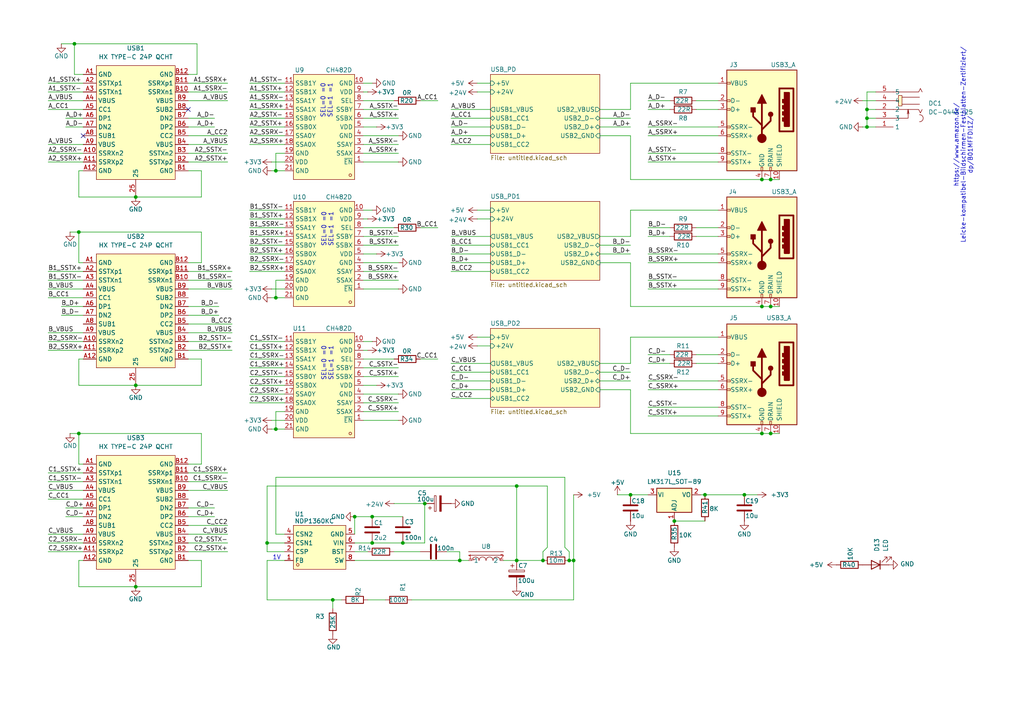
<source format=kicad_sch>
(kicad_sch (version 20250114) (generator "eeschema") (generator_version "9.0")
  (paper "A4")
  (text "SEL=0 =0\nSEL=1 =1" (at 94.996 105.41 90) (effects (font (size 1.27 1.27))))
  (text "1V" (at 80.264 161.798 0) (effects (font (size 1.27 1.27))))
  (text "SEL=0 =0\nSEL=1 =1" (at 94.742 29.21 90) (effects (font (size 1.27 1.27))))
  (text "SEL=0 =0\nSEL=1 =1" (at 94.996 66.548 90) (effects (font (size 1.27 1.27))))
  (text "https://www.amazon.de/\nLeicke-kompatibel-Bildschirmen-Festplatten-Zertifiziert/\ndp/B01MFFDI1Z/" (at 279.4 42.164 90) (effects (font (size 1.27 1.27))))
  (junction (at 22.86 125.73))
  (junction (at 96.52 173.99))
  (junction (at 223.52 52.07))
  (junction (at 107.95 157.48))
  (junction (at 220.98 52.07))
  (junction (at 39.37 111.76))
  (junction (at 80.01 124.46))
  (junction (at 223.52 125.73))
  (junction (at 80.01 49.53))
  (junction (at 102.87 149.86))
  (junction (at 251.46 31.75))
  (junction (at 123.19 146.05))
  (junction (at 149.86 140.97))
  (junction (at 215.9 143.51))
  (junction (at 182.88 143.51))
  (junction (at 251.46 36.83))
  (junction (at 166.37 162.56))
  (junction (at 107.95 149.86))
  (junction (at 220.98 88.9))
  (junction (at 39.37 170.18))
  (junction (at 21.59 12.7))
  (junction (at 223.52 88.9))
  (junction (at 39.37 57.15))
  (junction (at 116.84 157.48))
  (junction (at 149.86 162.56))
  (junction (at 165.1 162.56))
  (junction (at 77.47 157.48))
  (junction (at 22.86 67.31))
  (junction (at 133.35 162.56))
  (junction (at 220.98 125.73))
  (junction (at 251.46 34.29))
  (junction (at 80.01 86.36))
  (junction (at 157.48 162.56))
  (junction (at 204.47 143.51))
  (junction (at 195.58 151.13))
  (no_connect (at 24.13 39.37))
  (no_connect (at 54.61 31.75))
  (wire (pts (xy 187.96 73.66) (xy 208.28 73.66)))
  (wire (pts (xy 123.19 157.48) (xy 123.19 146.05)))
  (wire (pts (xy 223.52 125.73) (xy 220.98 125.73)))
  (wire (pts (xy 102.87 162.56) (xy 133.35 162.56)))
  (wire (pts (xy 107.95 60.96) (xy 105.41 60.96)))
  (wire (pts (xy 158.75 158.75) (xy 158.75 140.97)))
  (wire (pts (xy 105.41 106.68) (xy 115.57 106.68)))
  (wire (pts (xy 163.83 138.43) (xy 163.83 158.75)))
  (wire (pts (xy 251.46 31.75) (xy 254 31.75)))
  (wire (pts (xy 62.23 147.32) (xy 54.61 147.32)))
  (wire (pts (xy 13.97 137.16) (xy 24.13 137.16)))
  (wire (pts (xy 77.47 162.56) (xy 82.55 162.56)))
  (wire (pts (xy 201.93 68.58) (xy 208.28 68.58)))
  (wire (pts (xy 66.04 26.67) (xy 54.61 26.67)))
  (wire (pts (xy 182.88 73.66) (xy 173.99 73.66)))
  (wire (pts (xy 78.74 49.53) (xy 80.01 49.53)))
  (wire (pts (xy 24.13 76.2) (xy 22.86 76.2)))
  (wire (pts (xy 166.37 162.56) (xy 166.37 173.99)))
  (wire (pts (xy 111.76 173.99) (xy 106.68 173.99)))
  (wire (pts (xy 187.96 120.65) (xy 208.28 120.65)))
  (wire (pts (xy 57.15 21.59) (xy 54.61 21.59)))
  (wire (pts (xy 102.87 154.94) (xy 102.87 149.86)))
  (wire (pts (xy 72.39 66.04) (xy 82.55 66.04)))
  (wire (pts (xy 166.37 143.51) (xy 166.37 162.56)))
  (wire (pts (xy 173.99 68.58) (xy 182.88 68.58)))
  (wire (pts (xy 105.41 44.45) (xy 115.57 44.45)))
  (wire (pts (xy 82.55 157.48) (xy 77.47 157.48)))
  (wire (pts (xy 20.32 125.73) (xy 22.86 125.73)))
  (wire (pts (xy 138.43 97.79) (xy 142.24 97.79)))
  (wire (pts (xy 182.88 105.41) (xy 182.88 97.79)))
  (wire (pts (xy 78.74 121.92) (xy 82.55 121.92)))
  (wire (pts (xy 39.37 57.15) (xy 58.42 57.15)))
  (wire (pts (xy 67.31 83.82) (xy 54.61 83.82)))
  (wire (pts (xy 182.88 71.12) (xy 173.99 71.12)))
  (wire (pts (xy 115.57 83.82) (xy 105.41 83.82)))
  (wire (pts (xy 54.61 29.21) (xy 66.04 29.21)))
  (wire (pts (xy 77.47 160.02) (xy 82.55 160.02)))
  (wire (pts (xy 72.39 26.67) (xy 82.55 26.67)))
  (wire (pts (xy 220.98 88.9) (xy 182.88 88.9)))
  (wire (pts (xy 107.95 157.48) (xy 116.84 157.48)))
  (wire (pts (xy 19.05 34.29) (xy 24.13 34.29)))
  (wire (pts (xy 251.46 34.29) (xy 254 34.29)))
  (wire (pts (xy 54.61 104.14) (xy 58.42 104.14)))
  (wire (pts (xy 72.39 109.22) (xy 82.55 109.22)))
  (wire (pts (xy 250.19 29.21) (xy 254 29.21)))
  (wire (pts (xy 115.57 121.92) (xy 105.41 121.92)))
  (wire (pts (xy 130.81 107.95) (xy 142.24 107.95)))
  (wire (pts (xy 67.31 101.6) (xy 54.61 101.6)))
  (wire (pts (xy 77.47 162.56) (xy 77.47 173.99)))
  (wire (pts (xy 80.01 81.28) (xy 80.01 86.36)))
  (wire (pts (xy 204.47 143.51) (xy 215.9 143.51)))
  (wire (pts (xy 130.81 39.37) (xy 142.24 39.37)))
  (wire (pts (xy 22.86 170.18) (xy 39.37 170.18)))
  (wire (pts (xy 80.01 154.94) (xy 80.01 138.43)))
  (wire (pts (xy 22.86 104.14) (xy 24.13 104.14)))
  (wire (pts (xy 22.86 104.14) (xy 22.86 111.76)))
  (wire (pts (xy 13.97 26.67) (xy 24.13 26.67)))
  (wire (pts (xy 72.39 71.12) (xy 82.55 71.12)))
  (wire (pts (xy 105.41 119.38) (xy 115.57 119.38)))
  (wire (pts (xy 62.23 149.86) (xy 54.61 149.86)))
  (wire (pts (xy 72.39 68.58) (xy 82.55 68.58)))
  (wire (pts (xy 187.96 46.99) (xy 208.28 46.99)))
  (wire (pts (xy 187.96 68.58) (xy 194.31 68.58)))
  (wire (pts (xy 187.96 44.45) (xy 208.28 44.45)))
  (wire (pts (xy 179.07 143.51) (xy 182.88 143.51)))
  (wire (pts (xy 72.39 36.83) (xy 82.55 36.83)))
  (wire (pts (xy 72.39 41.91) (xy 82.55 41.91)))
  (wire (pts (xy 187.96 110.49) (xy 208.28 110.49)))
  (wire (pts (xy 67.31 81.28) (xy 54.61 81.28)))
  (wire (pts (xy 130.81 71.12) (xy 142.24 71.12)))
  (wire (pts (xy 133.35 160.02) (xy 133.35 162.56)))
  (wire (pts (xy 106.68 26.67) (xy 105.41 26.67)))
  (wire (pts (xy 72.39 29.21) (xy 82.55 29.21)))
  (wire (pts (xy 82.55 44.45) (xy 80.01 44.45)))
  (wire (pts (xy 173.99 105.41) (xy 182.88 105.41)))
  (wire (pts (xy 62.23 34.29) (xy 54.61 34.29)))
  (wire (pts (xy 72.39 106.68) (xy 82.55 106.68)))
  (wire (pts (xy 226.06 125.73) (xy 223.52 125.73)))
  (wire (pts (xy 67.31 78.74) (xy 54.61 78.74)))
  (wire (pts (xy 13.97 29.21) (xy 24.13 29.21)))
  (wire (pts (xy 187.96 76.2) (xy 208.28 76.2)))
  (wire (pts (xy 182.88 97.79) (xy 208.28 97.79)))
  (wire (pts (xy 182.88 34.29) (xy 173.99 34.29)))
  (wire (pts (xy 80.01 124.46) (xy 82.55 124.46)))
  (wire (pts (xy 22.86 125.73) (xy 58.42 125.73)))
  (wire (pts (xy 24.13 21.59) (xy 21.59 21.59)))
  (wire (pts (xy 67.31 96.52) (xy 54.61 96.52)))
  (wire (pts (xy 105.41 78.74) (xy 115.57 78.74)))
  (wire (pts (xy 21.59 12.7) (xy 21.59 21.59)))
  (wire (pts (xy 130.81 76.2) (xy 142.24 76.2)))
  (wire (pts (xy 80.01 49.53) (xy 82.55 49.53)))
  (wire (pts (xy 80.01 86.36) (xy 82.55 86.36)))
  (wire (pts (xy 54.61 41.91) (xy 66.04 41.91)))
  (wire (pts (xy 138.43 26.67) (xy 142.24 26.67)))
  (wire (pts (xy 130.81 113.03) (xy 142.24 113.03)))
  (wire (pts (xy 187.96 31.75) (xy 194.31 31.75)))
  (wire (pts (xy 58.42 125.73) (xy 58.42 134.62)))
  (wire (pts (xy 127 29.21) (xy 121.92 29.21)))
  (wire (pts (xy 58.42 162.56) (xy 58.42 170.18)))
  (wire (pts (xy 77.47 140.97) (xy 149.86 140.97)))
  (wire (pts (xy 106.68 63.5) (xy 105.41 63.5)))
  (wire (pts (xy 115.57 46.99) (xy 105.41 46.99)))
  (wire (pts (xy 115.57 114.3) (xy 105.41 114.3)))
  (wire (pts (xy 187.96 83.82) (xy 208.28 83.82)))
  (wire (pts (xy 182.88 107.95) (xy 173.99 107.95)))
  (wire (pts (xy 13.97 44.45) (xy 24.13 44.45)))
  (wire (pts (xy 54.61 93.98) (xy 67.31 93.98)))
  (wire (pts (xy 102.87 157.48) (xy 107.95 157.48)))
  (wire (pts (xy 201.93 105.41) (xy 208.28 105.41)))
  (wire (pts (xy 13.97 41.91) (xy 24.13 41.91)))
  (wire (pts (xy 72.39 76.2) (xy 82.55 76.2)))
  (wire (pts (xy 67.31 99.06) (xy 54.61 99.06)))
  (wire (pts (xy 130.81 73.66) (xy 142.24 73.66)))
  (wire (pts (xy 251.46 34.29) (xy 251.46 31.75)))
  (wire (pts (xy 130.81 115.57) (xy 142.24 115.57)))
  (wire (pts (xy 39.37 111.76) (xy 58.42 111.76)))
  (wire (pts (xy 72.39 116.84) (xy 82.55 116.84)))
  (wire (pts (xy 19.05 147.32) (xy 24.13 147.32)))
  (wire (pts (xy 182.88 60.96) (xy 208.28 60.96)))
  (wire (pts (xy 138.43 60.96) (xy 142.24 60.96)))
  (wire (pts (xy 58.42 67.31) (xy 58.42 76.2)))
  (wire (pts (xy 138.43 100.33) (xy 142.24 100.33)))
  (wire (pts (xy 72.39 63.5) (xy 82.55 63.5)))
  (wire (pts (xy 138.43 63.5) (xy 142.24 63.5)))
  (wire (pts (xy 72.39 104.14) (xy 82.55 104.14)))
  (wire (pts (xy 129.54 160.02) (xy 133.35 160.02)))
  (wire (pts (xy 115.57 76.2) (xy 105.41 76.2)))
  (wire (pts (xy 66.04 157.48) (xy 54.61 157.48)))
  (wire (pts (xy 130.81 36.83) (xy 142.24 36.83)))
  (wire (pts (xy 78.74 83.82) (xy 82.55 83.82)))
  (wire (pts (xy 182.88 52.07) (xy 220.98 52.07)))
  (wire (pts (xy 201.93 29.21) (xy 208.28 29.21)))
  (wire (pts (xy 182.88 76.2) (xy 173.99 76.2)))
  (wire (pts (xy 72.39 99.06) (xy 82.55 99.06)))
  (wire (pts (xy 54.61 39.37) (xy 66.04 39.37)))
  (wire (pts (xy 105.41 31.75) (xy 115.57 31.75)))
  (wire (pts (xy 82.55 154.94) (xy 80.01 154.94)))
  (wire (pts (xy 182.88 39.37) (xy 173.99 39.37)))
  (wire (pts (xy 187.96 105.41) (xy 194.31 105.41)))
  (wire (pts (xy 58.42 134.62) (xy 54.61 134.62)))
  (wire (pts (xy 223.52 52.07) (xy 220.98 52.07)))
  (wire (pts (xy 63.5 91.44) (xy 54.61 91.44)))
  (wire (pts (xy 187.96 102.87) (xy 194.31 102.87)))
  (wire (pts (xy 72.39 111.76) (xy 82.55 111.76)))
  (wire (pts (xy 203.2 143.51) (xy 204.47 143.51)))
  (wire (pts (xy 66.04 137.16) (xy 54.61 137.16)))
  (wire (pts (xy 13.97 78.74) (xy 24.13 78.74)))
  (wire (pts (xy 251.46 36.83) (xy 254 36.83)))
  (wire (pts (xy 13.97 81.28) (xy 24.13 81.28)))
  (wire (pts (xy 173.99 31.75) (xy 182.88 31.75)))
  (wire (pts (xy 24.13 162.56) (xy 22.86 162.56)))
  (wire (pts (xy 215.9 143.51) (xy 219.71 143.51)))
  (wire (pts (xy 105.41 116.84) (xy 115.57 116.84)))
  (wire (pts (xy 102.87 149.86) (xy 107.95 149.86)))
  (wire (pts (xy 21.59 12.7) (xy 57.15 12.7)))
  (wire (pts (xy 130.81 105.41) (xy 142.24 105.41)))
  (wire (pts (xy 187.96 81.28) (xy 208.28 81.28)))
  (wire (pts (xy 107.95 99.06) (xy 105.41 99.06)))
  (wire (pts (xy 13.97 160.02) (xy 24.13 160.02)))
  (wire (pts (xy 72.39 31.75) (xy 82.55 31.75)))
  (wire (pts (xy 105.41 41.91) (xy 115.57 41.91)))
  (wire (pts (xy 66.04 24.13) (xy 54.61 24.13)))
  (wire (pts (xy 226.06 88.9) (xy 223.52 88.9)))
  (wire (pts (xy 109.22 73.66) (xy 105.41 73.66)))
  (wire (pts (xy 251.46 31.75) (xy 251.46 26.67)))
  (wire (pts (xy 130.81 68.58) (xy 142.24 68.58)))
  (wire (pts (xy 107.95 149.86) (xy 116.84 149.86)))
  (wire (pts (xy 82.55 119.38) (xy 80.01 119.38)))
  (wire (pts (xy 130.81 78.74) (xy 142.24 78.74)))
  (wire (pts (xy 157.48 162.56) (xy 149.86 162.56)))
  (wire (pts (xy 201.93 102.87) (xy 208.28 102.87)))
  (wire (pts (xy 130.81 41.91) (xy 142.24 41.91)))
  (wire (pts (xy 82.55 81.28) (xy 80.01 81.28)))
  (wire (pts (xy 226.06 52.07) (xy 223.52 52.07)))
  (wire (pts (xy 19.05 149.86) (xy 24.13 149.86)))
  (wire (pts (xy 158.75 158.75) (xy 157.48 160.02)))
  (wire (pts (xy 114.3 66.04) (xy 105.41 66.04)))
  (wire (pts (xy 187.96 113.03) (xy 208.28 113.03)))
  (wire (pts (xy 187.96 118.11) (xy 208.28 118.11)))
  (wire (pts (xy 80.01 44.45) (xy 80.01 49.53)))
  (wire (pts (xy 182.88 88.9) (xy 182.88 76.2)))
  (wire (pts (xy 250.19 36.83) (xy 251.46 36.83)))
  (wire (pts (xy 182.88 52.07) (xy 182.88 39.37)))
  (wire (pts (xy 105.41 71.12) (xy 115.57 71.12)))
  (wire (pts (xy 72.39 78.74) (xy 82.55 78.74)))
  (wire (pts (xy 62.23 36.83) (xy 54.61 36.83)))
  (wire (pts (xy 58.42 49.53) (xy 58.42 57.15)))
  (wire (pts (xy 109.22 111.76) (xy 105.41 111.76)))
  (wire (pts (xy 17.78 12.7) (xy 21.59 12.7)))
  (wire (pts (xy 22.86 162.56) (xy 22.86 170.18)))
  (wire (pts (xy 106.68 101.6) (xy 105.41 101.6)))
  (wire (pts (xy 13.97 24.13) (xy 24.13 24.13)))
  (wire (pts (xy 17.78 91.44) (xy 24.13 91.44)))
  (wire (pts (xy 22.86 125.73) (xy 22.86 134.62)))
  (wire (pts (xy 13.97 157.48) (xy 24.13 157.48)))
  (wire (pts (xy 13.97 86.36) (xy 24.13 86.36)))
  (wire (pts (xy 22.86 67.31) (xy 22.86 76.2)))
  (wire (pts (xy 54.61 152.4) (xy 66.04 152.4)))
  (wire (pts (xy 66.04 46.99) (xy 54.61 46.99)))
  (wire (pts (xy 54.61 49.53) (xy 58.42 49.53)))
  (wire (pts (xy 22.86 49.53) (xy 22.86 57.15)))
  (wire (pts (xy 54.61 44.45) (xy 66.04 44.45)))
  (wire (pts (xy 165.1 160.02) (xy 165.1 162.56)))
  (wire (pts (xy 66.04 139.7) (xy 54.61 139.7)))
  (wire (pts (xy 19.05 36.83) (xy 24.13 36.83)))
  (wire (pts (xy 251.46 26.67) (xy 254 26.67)))
  (wire (pts (xy 77.47 157.48) (xy 77.47 160.02)))
  (wire (pts (xy 182.88 143.51) (xy 187.96 143.51)))
  (wire (pts (xy 39.37 170.18) (xy 58.42 170.18)))
  (wire (pts (xy 20.32 67.31) (xy 22.86 67.31)))
  (wire (pts (xy 72.39 39.37) (xy 82.55 39.37)))
  (wire (pts (xy 105.41 34.29) (xy 115.57 34.29)))
  (wire (pts (xy 223.52 88.9) (xy 220.98 88.9)))
  (wire (pts (xy 72.39 24.13) (xy 82.55 24.13)))
  (wire (pts (xy 66.04 154.94) (xy 54.61 154.94)))
  (wire (pts (xy 13.97 101.6) (xy 24.13 101.6)))
  (wire (pts (xy 127 104.14) (xy 121.92 104.14)))
  (wire (pts (xy 182.88 113.03) (xy 173.99 113.03)))
  (wire (pts (xy 78.74 46.99) (xy 82.55 46.99)))
  (wire (pts (xy 58.42 104.14) (xy 58.42 111.76)))
  (wire (pts (xy 13.97 96.52) (xy 24.13 96.52)))
  (wire (pts (xy 77.47 173.99) (xy 96.52 173.99)))
  (wire (pts (xy 72.39 114.3) (xy 82.55 114.3)))
  (wire (pts (xy 182.88 110.49) (xy 173.99 110.49)))
  (wire (pts (xy 195.58 151.13) (xy 204.47 151.13)))
  (wire (pts (xy 24.13 49.53) (xy 22.86 49.53)))
  (wire (pts (xy 66.04 160.02) (xy 54.61 160.02)))
  (wire (pts (xy 182.88 31.75) (xy 182.88 24.13)))
  (wire (pts (xy 66.04 142.24) (xy 54.61 142.24)))
  (wire (pts (xy 24.13 134.62) (xy 22.86 134.62)))
  (wire (pts (xy 130.81 110.49) (xy 142.24 110.49)))
  (wire (pts (xy 135.89 162.56) (xy 133.35 162.56)))
  (wire (pts (xy 201.93 31.75) (xy 208.28 31.75)))
  (wire (pts (xy 13.97 144.78) (xy 24.13 144.78)))
  (wire (pts (xy 116.84 157.48) (xy 123.19 157.48)))
  (wire (pts (xy 57.15 12.7) (xy 57.15 21.59)))
  (wire (pts (xy 80.01 138.43) (xy 163.83 138.43)))
  (wire (pts (xy 138.43 24.13) (xy 142.24 24.13)))
  (wire (pts (xy 130.81 34.29) (xy 142.24 34.29)))
  (wire (pts (xy 22.86 111.76) (xy 39.37 111.76)))
  (wire (pts (xy 107.95 24.13) (xy 105.41 24.13)))
  (wire (pts (xy 22.86 57.15) (xy 39.37 57.15)))
  (wire (pts (xy 105.41 109.22) (xy 115.57 109.22)))
  (wire (pts (xy 63.5 88.9) (xy 54.61 88.9)))
  (wire (pts (xy 54.61 162.56) (xy 58.42 162.56)))
  (wire (pts (xy 157.48 160.02) (xy 157.48 162.56)))
  (wire (pts (xy 187.96 29.21) (xy 194.31 29.21)))
  (wire (pts (xy 220.98 125.73) (xy 182.88 125.73)))
  (wire (pts (xy 13.97 142.24) (xy 24.13 142.24)))
  (wire (pts (xy 149.86 140.97) (xy 158.75 140.97)))
  (wire (pts (xy 58.42 76.2) (xy 54.61 76.2)))
  (wire (pts (xy 78.74 124.46) (xy 80.01 124.46)))
  (wire (pts (xy 109.22 36.83) (xy 105.41 36.83)))
  (wire (pts (xy 99.06 173.99) (xy 96.52 173.99)))
  (wire (pts (xy 114.3 104.14) (xy 105.41 104.14)))
  (wire (pts (xy 72.39 101.6) (xy 82.55 101.6)))
  (wire (pts (xy 72.39 34.29) (xy 82.55 34.29)))
  (wire (pts (xy 163.83 158.75) (xy 165.1 160.02)))
  (wire (pts (xy 187.96 39.37) (xy 208.28 39.37)))
  (wire (pts (xy 149.86 162.56) (xy 149.86 140.97)))
  (wire (pts (xy 105.41 81.28) (xy 115.57 81.28)))
  (wire (pts (xy 201.93 66.04) (xy 208.28 66.04)))
  (wire (pts (xy 102.87 160.02) (xy 106.68 160.02)))
  (wire (pts (xy 187.96 36.83) (xy 208.28 36.83)))
  (wire (pts (xy 105.41 29.21) (xy 114.3 29.21)))
  (wire (pts (xy 17.78 88.9) (xy 24.13 88.9)))
  (wire (pts (xy 119.38 173.99) (xy 166.37 173.99)))
  (wire (pts (xy 187.96 66.04) (xy 194.31 66.04)))
  (wire (pts (xy 78.74 86.36) (xy 80.01 86.36)))
  (wire (pts (xy 114.3 160.02) (xy 121.92 160.02)))
  (wire (pts (xy 77.47 140.97) (xy 77.47 157.48)))
  (wire (pts (xy 72.39 73.66) (xy 82.55 73.66)))
  (wire (pts (xy 105.41 68.58) (xy 115.57 68.58)))
  (wire (pts (xy 13.97 31.75) (xy 24.13 31.75)))
  (wire (pts (xy 13.97 83.82) (xy 24.13 83.82)))
  (wire (pts (xy 114.3 146.05) (xy 123.19 146.05)))
  (wire (pts (xy 127 66.04) (xy 121.92 66.04)))
  (wire (pts (xy 13.97 154.94) (xy 24.13 154.94)))
  (wire (pts (xy 130.81 31.75) (xy 142.24 31.75)))
  (wire (pts (xy 182.88 68.58) (xy 182.88 60.96)))
  (wire (pts (xy 182.88 125.73) (xy 182.88 113.03)))
  (wire (pts (xy 80.01 119.38) (xy 80.01 124.46)))
  (wire (pts (xy 13.97 46.99) (xy 24.13 46.99)))
  (wire (pts (xy 146.05 162.56) (xy 149.86 162.56)))
  (wire (pts (xy 13.97 99.06) (xy 24.13 99.06)))
  (wire (pts (xy 182.88 36.83) (xy 173.99 36.83)))
  (wire (pts (xy 22.86 67.31) (xy 58.42 67.31)))
  (wire (pts (xy 182.88 24.13) (xy 208.28 24.13)))
  (wire (pts (xy 96.52 173.99) (xy 96.52 176.53)))
  (wire (pts (xy 165.1 162.56) (xy 166.37 162.56)))
  (wire (pts (xy 251.46 36.83) (xy 251.46 34.29)))
  (wire (pts (xy 13.97 139.7) (xy 24.13 139.7)))
  (wire (pts (xy 72.39 60.96) (xy 82.55 60.96)))
  (wire (pts (xy 115.57 39.37) (xy 105.41 39.37)))
  (label "B2_SSTX+" (at 72.39 73.66 0))
  (label "A_VBUS" (at 66.04 41.91 180))
  (label "B1_SSRX+" (at 67.31 78.74 180))
  (label "C_CC2" (at 130.81 115.57 0))
  (label "A_D-" (at 182.88 34.29 180))
  (label "C_D+" (at 182.88 110.49 180))
  (label "A_D-" (at 19.05 36.83 0))
  (label "A_CC2" (at 130.81 41.91 0))
  (label "C2_SSTX-" (at 72.39 109.22 0))
  (label "A_D+" (at 182.88 36.83 180))
  (label "B_SSRX-" (at 187.96 73.66 0))
  (label "A_SSRX+" (at 187.96 39.37 0))
  (label "A_SSTX+" (at 115.57 34.29 180))
  (label "A1_SSTX+" (at 72.39 26.67 0))
  (label "A_VBUS" (at 130.81 31.75 0))
  (label "B2_SSRX-" (at 72.39 76.2 0))
  (label "C1_SSRX-" (at 72.39 104.14 0))
  (label "C_D+" (at 19.05 147.32 0))
  (label "B1_SSTX-" (at 13.97 81.28 0))
  (label "B1_SSTX+" (at 13.97 78.74 0))
  (label "B_SSTX-" (at 115.57 68.58 180))
  (label "A2_SSRX+" (at 13.97 46.99 0))
  (label "C1_SSTX-" (at 13.97 139.7 0))
  (label "A_CC1" (at 13.97 31.75 0))
  (label "C_D-" (at 187.96 102.87 0))
  (label "A_D+" (at 130.81 39.37 0))
  (label "C_SSRX+" (at 187.96 113.03 0))
  (label "B_D-" (at 63.5 88.9 180))
  (label "C_D-" (at 62.23 147.32 180))
  (label "B_VBUS" (at 130.81 68.58 0))
  (label "C1_SSTX-" (at 72.39 99.06 0))
  (label "A_SSTX-" (at 115.57 31.75 180))
  (label "A_VBUS" (at 13.97 29.21 0))
  (label "B_SSTX+" (at 187.96 83.82 0))
  (label "B_CC2" (at 67.31 93.98 180))
  (label "C_CC1" (at 127 104.14 180))
  (label "A1_SSTX-" (at 72.39 24.13 0))
  (label "C_D-" (at 130.81 110.49 0))
  (label "C2_SSTX+" (at 66.04 160.02 180))
  (label "C1_SSRX+" (at 66.04 137.16 180))
  (label "A2_SSTX-" (at 72.39 34.29 0))
  (label "B_D-" (at 187.96 66.04 0))
  (label "B_CC2" (at 130.81 78.74 0))
  (label "A_SSRX+" (at 115.57 44.45 180))
  (label "C_SSRX-" (at 187.96 110.49 0))
  (label "A_D+" (at 187.96 31.75 0))
  (label "C_D-" (at 182.88 107.95 180))
  (label "A2_SSRX-" (at 72.39 39.37 0))
  (label "C1_SSRX+" (at 72.39 106.68 0))
  (label "A_CC1" (at 130.81 34.29 0))
  (label "B_CC1" (at 127 66.04 180))
  (label "C_SSRX+" (at 115.57 119.38 180))
  (label "B2_SSTX+" (at 67.31 101.6 180))
  (label "C_SSRX-" (at 115.57 116.84 180))
  (label "B2_SSRX+" (at 72.39 78.74 0))
  (label "A_CC2" (at 66.04 39.37 180))
  (label "C1_SSTX+" (at 72.39 101.6 0))
  (label "B_VBUS" (at 13.97 83.82 0))
  (label "C1_SSRX-" (at 66.04 139.7 180))
  (label "B_D+" (at 63.5 91.44 180))
  (label "A1_SSRX-" (at 66.04 26.67 180))
  (label "A_D-" (at 187.96 29.21 0))
  (label "B_D-" (at 130.81 73.66 0))
  (label "A_SSRX-" (at 187.96 36.83 0))
  (label "B_SSTX-" (at 187.96 81.28 0))
  (label "A2_SSRX+" (at 72.39 41.91 0))
  (label "A1_SSTX-" (at 13.97 26.67 0))
  (label "B_SSTX+" (at 115.57 71.12 180))
  (label "B_SSRX+" (at 115.57 81.28 180))
  (label "C_CC2" (at 66.04 152.4 180))
  (label "C_CC1" (at 13.97 144.78 0))
  (label "B_VBUS" (at 13.97 96.52 0))
  (label "B1_SSRX+" (at 72.39 68.58 0))
  (label "A_CC1" (at 127 29.21 180))
  (label "C_D+" (at 187.96 105.41 0))
  (label "C_SSTX+" (at 187.96 120.65 0))
  (label "C_D+" (at 62.23 149.86 180))
  (label "B_VBUS" (at 67.31 96.52 180))
  (label "B_CC1" (at 130.81 71.12 0))
  (label "C2_SSTX-" (at 66.04 157.48 180))
  (label "C_SSTX-" (at 187.96 118.11 0))
  (label "B_CC1" (at 13.97 86.36 0))
  (label "C_VBUS" (at 66.04 142.24 180))
  (label "C2_SSTX+" (at 72.39 111.76 0))
  (label "C_CC1" (at 130.81 107.95 0))
  (label "B2_SSRX+" (at 13.97 101.6 0))
  (label "C_D+" (at 130.81 113.03 0))
  (label "B_D+" (at 17.78 88.9 0))
  (label "B2_SSTX-" (at 72.39 71.12 0))
  (label "A1_SSTX+" (at 13.97 24.13 0))
  (label "C_VBUS" (at 13.97 142.24 0))
  (label "A2_SSTX+" (at 66.04 46.99 180))
  (label "A_SSTX-" (at 187.96 44.45 0))
  (label "A1_SSRX-" (at 72.39 29.21 0))
  (label "A_D+" (at 19.05 34.29 0))
  (label "B1_SSRX-" (at 72.39 66.04 0))
  (label "B_VBUS" (at 67.31 83.82 180))
  (label "C_VBUS" (at 66.04 154.94 180))
  (label "B_D-" (at 182.88 71.12 180))
  (label "C2_SSRX-" (at 72.39 114.3 0))
  (label "C2_SSRX-" (at 13.97 157.48 0))
  (label "A2_SSTX-" (at 66.04 44.45 180))
  (label "A1_SSRX+" (at 66.04 24.13 180))
  (label "C_D-" (at 19.05 149.86 0))
  (label "C_SSTX-" (at 115.57 106.68 180))
  (label "C_VBUS" (at 130.81 105.41 0))
  (label "B2_SSRX-" (at 13.97 99.06 0))
  (label "A_SSTX+" (at 187.96 46.99 0))
  (label "B1_SSTX+" (at 72.39 63.5 0))
  (label "B1_SSRX-" (at 67.31 81.28 180))
  (label "A1_SSRX+" (at 72.39 31.75 0))
  (label "C1_SSTX+" (at 13.97 137.16 0))
  (label "B1_SSTX-" (at 72.39 60.96 0))
  (label "A_VBUS" (at 66.04 29.21 180))
  (label "B_D+" (at 182.88 73.66 180))
  (label "A2_SSTX+" (at 72.39 36.83 0))
  (label "C2_SSRX+" (at 13.97 160.02 0))
  (label "B2_SSTX-" (at 67.31 99.06 180))
  (label "A_SSRX-" (at 115.57 41.91 180))
  (label "C_VBUS" (at 13.97 154.94 0))
  (label "A_D+" (at 62.23 36.83 180))
  (label "B_SSRX-" (at 115.57 78.74 180))
  (label "C_SSTX+" (at 115.57 109.22 180))
  (label "A2_SSRX-" (at 13.97 44.45 0))
  (label "B_D-" (at 17.78 91.44 0))
  (label "A_D-" (at 130.81 36.83 0))
  (label "A_VBUS" (at 13.97 41.91 0))
  (label "B_D+" (at 187.96 68.58 0))
  (label "B_D+" (at 130.81 76.2 0))
  (label "C2_SSRX+" (at 72.39 116.84 0))
  (label "B_SSRX+" (at 187.96 76.2 0))
  (label "A_D-" (at 62.23 34.29 180))
  (symbol (lib_id "power:GND") (at 78.74 124.46 270) (unit 1)
    (property "Reference" "#PWR011" (effects (hide yes)))
    (property "Value" "GND" (at 73.914 124.46 90))
    (property "Description" "Power symbol creates a global label with name \"GND\" , ground" (effects (hide yes)))
  )
  (symbol (lib_id "EASYEDA:HXTYPE-C24PQCHT") (at 39.37 93.98 0) (unit 1)
    (property "Reference" "USB2" (at 39.37 68.58 0))
    (property "Value" "HX TYPE-C 24P QCHT" (at 39.37 71.12 0))
    (property "Footprint" "easyeda2kicad:TYPE-C-SMD_TYPE-C-24P-QCHT" (effects (hide yes)))
    (property "LCSC Part" "C5178545" (effects (hide yes)))
    (property "LCSC" "C5178545" (effects (hide yes)))
  )
  (symbol (lib_id "Device:R") (at 102.87 173.99 90) (unit 1)
    (property "Reference" "R2" (at 103.886 172.974 0) (effects (justify left)))
    (property "Value" "8K" (at 104.394 173.99 90) (effects (justify left)))
    (property "Footprint" "Resistor_SMD:R_0402_1005Metric" (effects (hide yes)))
    (property "Description" "Resistor" (effects (hide yes)))
    (property "LCSC" "C2960789" (effects (hide yes)))
    (property "LCSC Part" "C2960789" (effects (hide yes)))
  )
  (symbol (lib_id "EASYEDA:HXTYPE-C24PQCHT") (at 39.37 39.37 0) (unit 1)
    (property "Reference" "USB1" (at 39.37 13.97 0))
    (property "Value" "HX TYPE-C 24P QCHT" (at 39.37 16.51 0))
    (property "Footprint" "easyeda2kicad:TYPE-C-SMD_TYPE-C-24P-QCHT" (effects (hide yes)))
    (property "LCSC Part" "C5178545" (effects (hide yes)))
    (property "LCSC" "C5178545" (effects (hide yes)))
  )
  (symbol (lib_id "EASYEDA2KICAD:CXP0650-220M-AG(22UH)") (at 140.97 162.56 0) (unit 1)
    (property "Reference" "U8" (at 140.97 158.496 0))
    (property "Value" "CXP0650-220M-AG(22UH)" (effects (hide yes)))
    (property "Footprint" "easyeda2kicad:IND-SMD_L7.1-W6.6_CXP0650" (effects (hide yes)))
    (property "LCSC Part" "C7187321" (effects (hide yes)))
    (property "LCSC" "C7187321" (effects (hide yes)))
  )
  (symbol (lib_id "Device:C_Polarized") (at 149.86 166.37 0) (unit 1)
    (property "Reference" "C7" (at 151.638 164.084 0))
    (property "Value" "100u" (at 152.654 168.402 0))
    (property "Footprint" "Capacitor_SMD:CP_Elec_6.3x7.7" (effects (hide yes)))
    (property "Description" "Polarized capacitor" (effects (hide yes)))
    (property "LCSC" "C46528094" (effects (hide yes)))
    (property "LCSC Part" "C46528094" (effects (hide yes)))
  )
  (symbol (lib_id "EASYEDA:CH482D") (at 93.98 36.83 180) (unit 1)
    (property "Reference" "U9" (at 86.868 20.32 0))
    (property "Value" "CH482D" (at 98.298 20.32 0))
    (property "Footprint" "easyeda2kicad:VFQFN-20_L4.5-W2.5-P0.5-BL-EP" (effects (hide yes)))
    (property "Datasheet" "https://www.lcsc.com/datasheet/C2913009.pdf" (effects (hide yes)))
    (property "LCSC Part" "C2913009" (effects (hide yes)))
    (property "LCSC" "C2913009" (effects (hide yes)))
  )
  (symbol (lib_id "EASYEDA:CH482D") (at 93.98 111.76 180) (unit 1)
    (property "Reference" "U11" (at 86.868 95.25 0))
    (property "Value" "CH482D" (at 98.298 95.25 0))
    (property "Footprint" "easyeda2kicad:VFQFN-20_L4.5-W2.5-P0.5-BL-EP" (effects (hide yes)))
    (property "Datasheet" "https://www.lcsc.com/datasheet/C2913009.pdf" (effects (hide yes)))
    (property "LCSC Part" "C2913009" (effects (hide yes)))
    (property "LCSC" "C2913009" (effects (hide yes)))
  )
  (symbol (lib_id "power:GND") (at 257.81 163.83 90) (unit 1)
    (property "Reference" "#PWR061" (effects (hide yes)))
    (property "Value" "GND" (at 263.144 163.576 90))
    (property "Description" "Power symbol creates a global label with name \"GND\" , ground" (effects (hide yes)))
  )
  (symbol (lib_id "power:GND") (at 149.86 170.18 0) (unit 1)
    (property "Reference" "#PWR030" (effects (hide yes)))
    (property "Value" "GND" (at 152.908 172.466 0))
    (property "Description" "Power symbol creates a global label with name \"GND\" , ground" (effects (hide yes)))
  )
  (symbol (lib_id "power:GND") (at 195.58 158.75 0) (unit 1)
    (property "Reference" "#PWR081" (effects (hide yes)))
    (property "Value" "GND" (at 195.58 162.56 0))
    (property "Description" "Power symbol creates a global label with name \"GND\" , ground" (effects (hide yes)))
  )
  (symbol (lib_id "EASYEDA2KICAD:DC-044A-25") (at 261.62 31.75 0) (mirror y) (unit 1)
    (property "Reference" "DC1" (at 269.24 29.9699 0) (effects (justify right)))
    (property "Value" "DC-044A-25" (at 269.24 32.5099 0) (effects (justify right)))
    (property "Footprint" "easyeda2kicad:DC-IN-TH_DC-044A-25A" (effects (hide yes)))
    (property "LCSC Part" "C22435685" (effects (hide yes)))
    (property "LCSC" "C22435685" (effects (hide yes)))
  )
  (symbol (lib_id "power:GND") (at 182.88 151.13 0) (unit 1)
    (property "Reference" "#PWR080" (effects (hide yes)))
    (property "Value" "GND" (at 182.88 154.94 0))
    (property "Description" "Power symbol creates a global label with name \"GND\" , ground" (effects (hide yes)))
  )
  (symbol (lib_id "power:GND") (at 115.57 121.92 90) (unit 1)
    (property "Reference" "#PWR017" (effects (hide yes)))
    (property "Value" "GND" (at 120.396 121.92 90))
    (property "Description" "Power symbol creates a global label with name \"GND\" , ground" (effects (hide yes)))
  )
  (symbol (lib_id "power:+5V") (at 179.07 143.51 0) (unit 1)
    (property "Reference" "#PWR032" (effects (hide yes)))
    (property "Value" "+5V" (at 179.07 139.954 0))
    (property "Description" "Power symbol creates a global label with name \"+5V\"" (effects (hide yes)))
  )
  (symbol (lib_id "power:+5V") (at 138.43 24.13 90) (unit 1)
    (property "Reference" "#PWR021" (effects (hide yes)))
    (property "Value" "+5V" (at 134.62 24.1299 90) (effects (justify left)))
    (property "Description" "Power symbol creates a global label with name \"+5V\"" (effects (hide yes)))
  )
  (symbol (lib_id "EASYEDA:CH482D") (at 93.98 73.66 180) (unit 1)
    (property "Reference" "U10" (at 86.868 57.15 0))
    (property "Value" "CH482D" (at 98.298 57.15 0))
    (property "Footprint" "easyeda2kicad:VFQFN-20_L4.5-W2.5-P0.5-BL-EP" (effects (hide yes)))
    (property "Datasheet" "https://www.lcsc.com/datasheet/C2913009.pdf" (effects (hide yes)))
    (property "LCSC Part" "C2913009" (effects (hide yes)))
    (property "LCSC" "C2913009" (effects (hide yes)))
  )
  (symbol (lib_id "power:+5V") (at 242.57 163.83 90) (unit 1)
    (property "Reference" "#PWR07" (effects (hide yes)))
    (property "Value" "+5V" (at 238.76 163.8299 90) (effects (justify left)))
    (property "Description" "Power symbol creates a global label with name \"+5V\"" (effects (hide yes)))
  )
  (symbol (lib_id "power:GND") (at 115.57 83.82 90) (unit 1)
    (property "Reference" "#PWR033" (effects (hide yes)))
    (property "Value" "GND" (at 120.396 83.82 90))
    (property "Description" "Power symbol creates a global label with name \"GND\" , ground" (effects (hide yes)))
  )
  (symbol (lib_id "Connector:USB3_A") (at 220.98 71.12 0) (mirror y) (unit 1)
    (property "Reference" "J4" (at 211.328 55.626 0) (effects (justify right)))
    (property "Value" "USB3_A" (at 223.774 55.626 0) (effects (justify right)))
    (property "Footprint" "easyeda2kicad:USB-3.0-A-TH_HC-ST-003-01-Z" (effects (hide yes)))
    (property "Description" "USB 3.0 A connector" (effects (hide yes)))
    (property "LCSC Part" "C2845330" (effects (hide yes)))
    (property "LCSC" "C2845330" (effects (hide yes)))
  )
  (symbol (lib_id "power:GND") (at 78.74 49.53 270) (unit 1)
    (property "Reference" "#PWR06" (effects (hide yes)))
    (property "Value" "GND" (at 73.914 49.53 90))
    (property "Description" "Power symbol creates a global label with name \"GND\" , ground" (effects (hide yes)))
  )
  (symbol (lib_id "power:GND") (at 78.74 86.36 270) (unit 1)
    (property "Reference" "#PWR09" (effects (hide yes)))
    (property "Value" "GND" (at 73.914 86.36 90))
    (property "Description" "Power symbol creates a global label with name \"GND\" , ground" (effects (hide yes)))
  )
  (symbol (lib_id "Device:R") (at 198.12 66.04 90) (unit 1)
    (property "Reference" "R9" (at 198.12 63.5 90))
    (property "Value" "22R" (at 197.866 66.04 90))
    (property "Footprint" "Resistor_SMD:R_0402_1005Metric" (effects (hide yes)))
    (property "Description" "Resistor" (effects (hide yes)))
    (property "LCSC" "C3017454" (effects (hide yes)))
    (property "LCSC Part" "C3017454" (effects (hide yes)))
  )
  (symbol (lib_id "Connector:USB3_A") (at 220.98 34.29 0) (mirror y) (unit 1)
    (property "Reference" "J3" (at 211.582 18.796 0) (effects (justify right)))
    (property "Value" "USB3_A" (at 223.52 18.796 0) (effects (justify right)))
    (property "Footprint" "easyeda2kicad:USB-3.0-A-TH_HC-ST-003-01-Z" (effects (hide yes)))
    (property "Description" "USB 3.0 A connector" (effects (hide yes)))
    (property "LCSC Part" "C2845330" (effects (hide yes)))
    (property "LCSC" "C2845330" (effects (hide yes)))
  )
  (symbol (lib_id "power:+24V") (at 138.43 63.5 90) (unit 1)
    (property "Reference" "#PWR075" (effects (hide yes)))
    (property "Value" "+24V" (at 135.382 63.754 90) (effects (justify left)))
    (property "Description" "Power symbol creates a global label with name \"+24V\"" (effects (hide yes)))
  )
  (symbol (lib_id "power:+3V3") (at 78.74 83.82 90) (unit 1)
    (property "Reference" "#PWR08" (effects (hide yes)))
    (property "Value" "+3V3" (at 75.946 83.82 90) (effects (justify left)))
    (property "Description" "Power symbol creates a global label with name \"+3V3\"" (effects (hide yes)))
  )
  (symbol (lib_id "power:+24V") (at 114.3 146.05 90) (unit 1)
    (property "Reference" "#PWR020" (effects (hide yes)))
    (property "Value" "+24V" (at 111.252 146.304 90) (effects (justify left)))
    (property "Description" "Power symbol creates a global label with name \"+24V\"" (effects (hide yes)))
  )
  (symbol (lib_id "power:+3V3") (at 106.68 26.67 270) (unit 1)
    (property "Reference" "#PWR058" (effects (hide yes)))
    (property "Value" "+3V3" (at 109.22 26.67 90) (effects (justify left)))
    (property "Description" "Power symbol creates a global label with name \"+3V3\"" (effects (hide yes)))
  )
  (symbol (lib_id "Device:R") (at 96.52 180.34 0) (unit 1)
    (property "Reference" "R3" (at 91.44 178.816 0) (effects (justify left)))
    (property "Value" "25K" (at 96.52 182.372 90) (effects (justify left)))
    (property "Footprint" "Resistor_SMD:R_0402_1005Metric" (effects (hide yes)))
    (property "Description" "Resistor" (effects (hide yes)))
    (property "LCSC" "C273695" (effects (hide yes)))
    (property "LCSC Part" "C273695" (effects (hide yes)))
  )
  (symbol (lib_id "Device:R") (at 118.11 29.21 90) (unit 1)
    (property "Reference" "R20" (at 119.888 29.21 90) (effects (justify left)))
    (property "Value" "0R" (at 119.38 26.924 90) (effects (justify left)))
    (property "Footprint" "Resistor_SMD:R_0402_1005Metric" (effects (hide yes)))
    (property "Description" "Resistor" (effects (hide yes)))
  )
  (symbol (lib_id "power:+3V3") (at 78.74 121.92 90) (unit 1)
    (property "Reference" "#PWR010" (effects (hide yes)))
    (property "Value" "+3V3" (at 75.946 121.92 90) (effects (justify left)))
    (property "Description" "Power symbol creates a global label with name \"+3V3\"" (effects (hide yes)))
  )
  (symbol (lib_id "power:GND") (at 20.32 67.31 0) (unit 1)
    (property "Reference" "#PWR028" (effects (hide yes)))
    (property "Value" "GND" (at 20.32 70.866 0))
    (property "Description" "Power symbol creates a global label with name \"GND\" , ground" (effects (hide yes)))
  )
  (symbol (lib_id "Device:C") (at 182.88 147.32 0) (unit 1)
    (property "Reference" "C18" (at 183.134 145.288 0) (effects (justify left)))
    (property "Value" "10u" (at 183.134 149.606 0) (effects (justify left)))
    (property "Footprint" "Capacitor_SMD:C_0603_1608Metric" (effects (hide yes)))
    (property "Description" "Unpolarized capacitor" (effects (hide yes)))
    (property "LCSC" "C6119842" (effects (hide yes)))
    (property "LCSC Part" "C6119842" (effects (hide yes)))
  )
  (symbol (lib_id "Device:C") (at 125.73 160.02 90) (unit 1)
    (property "Reference" "C4" (at 125.73 156.464 90))
    (property "Value" "100n" (at 129.286 159.004 90))
    (property "Footprint" "Capacitor_SMD:C_0603_1608Metric" (effects (hide yes)))
    (property "Description" "Unpolarized capacitor" (effects (hide yes)))
    (property "LCSC" "C5137636" (effects (hide yes)))
    (property "LCSC Part" "C5137636" (effects (hide yes)))
  )
  (symbol (lib_id "Device:R") (at 246.38 163.83 90) (unit 1)
    (property "Reference" "R40" (at 248.158 163.83 90) (effects (justify left)))
    (property "Value" "10K" (at 246.634 162.56 0) (effects (justify left)))
    (property "Footprint" "Resistor_SMD:R_0402_1005Metric" (effects (hide yes)))
    (property "Description" "Resistor" (effects (hide yes)))
    (property "LCSC" "C102759" (effects (hide yes)))
    (property "LCSC Part" "C102759" (effects (hide yes)))
  )
  (symbol (lib_id "power:GND") (at 215.9 151.13 0) (unit 1)
    (property "Reference" "#PWR082" (effects (hide yes)))
    (property "Value" "GND" (at 215.9 154.94 0))
    (property "Description" "Power symbol creates a global label with name \"GND\" , ground" (effects (hide yes)))
  )
  (symbol (lib_id "power:GND") (at 115.57 46.99 90) (unit 1)
    (property "Reference" "#PWR034" (effects (hide yes)))
    (property "Value" "GND" (at 120.396 46.99 90))
    (property "Description" "Power symbol creates a global label with name \"GND\" , ground" (effects (hide yes)))
  )
  (symbol (lib_id "Device:R") (at 115.57 173.99 270) (unit 1)
    (property "Reference" "R1" (at 116.84 168.91 0) (effects (justify left)))
    (property "Value" "100K" (at 112.776 173.99 90) (effects (justify left)))
    (property "Footprint" "Resistor_SMD:R_0402_1005Metric" (effects (hide yes)))
    (property "Description" "Resistor" (effects (hide yes)))
    (property "LCSC" "C3017514" (effects (hide yes)))
    (property "LCSC Part" "C3017514" (effects (hide yes)))
  )
  (symbol (lib_id "power:GND") (at 115.57 114.3 90) (unit 1)
    (property "Reference" "#PWR074" (effects (hide yes)))
    (property "Value" "GND" (at 120.396 114.3 90))
    (property "Description" "Power symbol creates a global label with name \"GND\" , ground" (effects (hide yes)))
  )
  (symbol (lib_id "power:+24V") (at 138.43 26.67 90) (unit 1)
    (property "Reference" "#PWR040" (effects (hide yes)))
    (property "Value" "+24V" (at 135.382 26.924 90) (effects (justify left)))
    (property "Description" "Power symbol creates a global label with name \"+24V\"" (effects (hide yes)))
  )
  (symbol (lib_id "power:+5V") (at 166.37 143.51 270) (unit 1)
    (property "Reference" "#PWR05" (effects (hide yes)))
    (property "Value" "+5V" (at 170.18 143.5099 90) (effects (justify left)))
    (property "Description" "Power symbol creates a global label with name \"+5V\"" (effects (hide yes)))
  )
  (symbol (lib_id "EASYEDA2KICAD:NDP1360KC") (at 92.71 158.75 0) (mirror x) (unit 1)
    (property "Reference" "U1" (at 86.868 149.098 0))
    (property "Value" "NDP1360KC" (at 91.186 151.13 0))
    (property "Footprint" "easyeda2kicad:SOP-8_L4.9-W3.9-P1.27-LS6.0-BL" (effects (hide yes)))
    (property "LCSC Part" "C7420576" (effects (hide yes)))
    (property "LCSC" "C7420576" (effects (hide yes)))
  )
  (symbol (lib_id "power:GND") (at 39.37 111.76 0) (unit 1)
    (property "Reference" "#PWR025" (effects (hide yes)))
    (property "Value" "GND" (at 39.37 115.316 0))
    (property "Description" "Power symbol creates a global label with name \"GND\" , ground" (effects (hide yes)))
  )
  (symbol (lib_id "power:+5V") (at 138.43 60.96 90) (unit 1)
    (property "Reference" "#PWR019" (effects (hide yes)))
    (property "Value" "+5V" (at 134.62 60.9599 90) (effects (justify left)))
    (property "Description" "Power symbol creates a global label with name \"+5V\"" (effects (hide yes)))
  )
  (symbol (lib_id "power:GND") (at 115.57 76.2 90) (unit 1)
    (property "Reference" "#PWR073" (effects (hide yes)))
    (property "Value" "GND" (at 120.396 76.2 90))
    (property "Description" "Power symbol creates a global label with name \"GND\" , ground" (effects (hide yes)))
  )
  (symbol (lib_id "Regulator_Linear:LM317L_SOT-89") (at 195.58 143.51 0) (unit 1)
    (property "Reference" "U15" (at 195.58 137.16 0))
    (property "Value" "LM317L_SOT-89" (at 195.58 139.7 0))
    (property "Footprint" "Package_TO_SOT_SMD:SOT-89-3" (effects (hide yes)))
    (property "Datasheet" "http://www.ti.com/lit/ds/symlink/lm317l.pdf" (effects (hide yes)))
    (property "Description" "100mA 35V Adjustable Linear Regulator, SOT-89" (effects (hide yes)))
    (property "LCSC" "C45953613" (effects (hide yes)))
    (property "LCSC Part" "C45953613" (effects (hide yes)))
  )
  (symbol (lib_id "Device:R") (at 195.58 154.94 0) (unit 1)
    (property "Reference" "R35" (at 195.58 156.718 90) (effects (justify left)))
    (property "Value" "10K" (at 196.85 155.194 0) (effects (justify left)))
    (property "Footprint" "Resistor_SMD:R_0402_1005Metric" (effects (hide yes)))
    (property "Description" "Resistor" (effects (hide yes)))
    (property "LCSC" "C102759" (effects (hide yes)))
    (property "LCSC Part" "C102759" (effects (hide yes)))
  )
  (symbol (lib_id "power:GND") (at 130.81 146.05 90) (unit 1)
    (property "Reference" "#PWR022" (effects (hide yes)))
    (property "Value" "GND" (at 135.636 146.05 90))
    (property "Description" "Power symbol creates a global label with name \"GND\" , ground" (effects (hide yes)))
  )
  (symbol (lib_id "power:GND") (at 107.95 99.06 90) (unit 1)
    (property "Reference" "#PWR014" (effects (hide yes)))
    (property "Value" "GND" (at 112.776 99.06 90))
    (property "Description" "Power symbol creates a global label with name \"GND\" , ground" (effects (hide yes)))
  )
  (symbol (lib_id "power:+3V3") (at 109.22 111.76 270) (unit 1)
    (property "Reference" "#PWR023" (effects (hide yes)))
    (property "Value" "+3V3" (at 111.76 111.76 90) (effects (justify left)))
    (property "Description" "Power symbol creates a global label with name \"+3V3\"" (effects (hide yes)))
  )
  (symbol (lib_id "Device:R") (at 161.29 162.56 90) (unit 1)
    (property "Reference" "R13" (at 161.29 160.528 90))
    (property "Value" "10m" (at 161.29 162.56 90))
    (property "Footprint" "Resistor_SMD:R_1206_3216Metric" (effects (hide yes)))
    (property "Description" "Resistor" (effects (hide yes)))
    (property "LCSC Part" "C42454021" (effects (hide yes)))
    (property "LCSC" "C42454021" (effects (hide yes)))
  )
  (symbol (lib_id "power:+24V") (at 138.43 100.33 90) (unit 1)
    (property "Reference" "#PWR076" (effects (hide yes)))
    (property "Value" "+24V" (at 135.382 100.584 90) (effects (justify left)))
    (property "Description" "Power symbol creates a global label with name \"+24V\"" (effects (hide yes)))
  )
  (symbol (lib_id "power:GND") (at 20.32 125.73 0) (unit 1)
    (property "Reference" "#PWR027" (effects (hide yes)))
    (property "Value" "GND" (at 20.32 129.286 0))
    (property "Description" "Power symbol creates a global label with name \"GND\" , ground" (effects (hide yes)))
  )
  (symbol (lib_id "Device:R") (at 198.12 102.87 90) (unit 1)
    (property "Reference" "R11" (at 198.12 100.33 90))
    (property "Value" "22R" (at 197.866 102.87 90))
    (property "Footprint" "Resistor_SMD:R_0402_1005Metric" (effects (hide yes)))
    (property "Description" "Resistor" (effects (hide yes)))
    (property "LCSC" "C3017454" (effects (hide yes)))
    (property "LCSC Part" "C3017454" (effects (hide yes)))
  )
  (symbol (lib_id "Device:R") (at 198.12 68.58 270) (unit 1)
    (property "Reference" "R10" (at 198.12 71.12 90))
    (property "Value" "22R" (at 198.374 68.58 90))
    (property "Footprint" "Resistor_SMD:R_0402_1005Metric" (effects (hide yes)))
    (property "Description" "Resistor" (effects (hide yes)))
    (property "LCSC" "C3017454" (effects (hide yes)))
    (property "LCSC Part" "C3017454" (effects (hide yes)))
  )
  (symbol (lib_id "power:GND") (at 39.37 170.18 0) (unit 1)
    (property "Reference" "#PWR026" (effects (hide yes)))
    (property "Value" "GND" (at 39.37 173.736 0))
    (property "Description" "Power symbol creates a global label with name \"GND\" , ground" (effects (hide yes)))
  )
  (symbol (lib_id "Device:R") (at 204.47 147.32 0) (unit 1)
    (property "Reference" "R41" (at 204.47 149.098 90) (effects (justify left)))
    (property "Value" "8K" (at 205.74 147.574 0) (effects (justify left)))
    (property "Footprint" "Resistor_SMD:R_0402_1005Metric" (effects (hide yes)))
    (property "Description" "Resistor" (effects (hide yes)))
    (property "LCSC" "C2960789" (effects (hide yes)))
    (property "LCSC Part" "C2960789" (effects (hide yes)))
  )
  (symbol (lib_id "power:+3V3") (at 78.74 46.99 90) (unit 1)
    (property "Reference" "#PWR01" (effects (hide yes)))
    (property "Value" "+3V3" (at 75.946 46.99 90) (effects (justify left)))
    (property "Description" "Power symbol creates a global label with name \"+3V3\"" (effects (hide yes)))
  )
  (symbol (lib_id "power:+3V3") (at 106.68 101.6 270) (unit 1)
    (property "Reference" "#PWR060" (effects (hide yes)))
    (property "Value" "+3V3" (at 109.22 101.6 90) (effects (justify left)))
    (property "Description" "Power symbol creates a global label with name \"+3V3\"" (effects (hide yes)))
  )
  (symbol (lib_id "Device:C") (at 116.84 153.67 0) (unit 1)
    (property "Reference" "C3" (at 117.348 151.384 0) (effects (justify left)))
    (property "Value" "100n" (at 117.348 155.956 0) (effects (justify left)))
    (property "Footprint" "Capacitor_SMD:C_0603_1608Metric" (effects (hide yes)))
    (property "Description" "Unpolarized capacitor" (effects (hide yes)))
    (property "LCSC" "C5137636" (effects (hide yes)))
    (property "LCSC Part" "C5137636" (effects (hide yes)))
  )
  (symbol (lib_id "power:GND") (at 39.37 57.15 0) (unit 1)
    (property "Reference" "#PWR024" (effects (hide yes)))
    (property "Value" "GND" (at 39.37 60.706 0))
    (property "Description" "Power symbol creates a global label with name \"GND\" , ground" (effects (hide yes)))
  )
  (symbol (lib_id "power:+5V") (at 138.43 97.79 90) (unit 1)
    (property "Reference" "#PWR018" (effects (hide yes)))
    (property "Value" "+5V" (at 134.62 97.7899 90) (effects (justify left)))
    (property "Description" "Power symbol creates a global label with name \"+5V\"" (effects (hide yes)))
  )
  (symbol (lib_id "Device:C_Polarized") (at 127 146.05 90) (unit 1)
    (property "Reference" "C5" (at 122.428 143.002 90))
    (property "Value" "100u" (at 123.444 144.78 90))
    (property "Footprint" "Capacitor_SMD:CP_Elec_6.3x7.7" (effects (hide yes)))
    (property "Description" "Polarized capacitor" (effects (hide yes)))
    (property "LCSC" "C46528094" (effects (hide yes)))
    (property "LCSC Part" "C46528094" (effects (hide yes)))
  )
  (symbol (lib_id "Device:R") (at 110.49 160.02 90) (unit 1)
    (property "Reference" "R14" (at 107.696 159.004 90) (effects (justify left)))
    (property "Value" "22R" (at 112.014 160.02 90) (effects (justify left)))
    (property "Footprint" "Resistor_SMD:R_0402_1005Metric" (effects (hide yes)))
    (property "Description" "Resistor" (effects (hide yes)))
    (property "LCSC" "C3017454" (effects (hide yes)))
    (property "LCSC Part" "C3017454" (effects (hide yes)))
  )
  (symbol (lib_id "power:+24V") (at 250.19 29.21 90) (unit 1)
    (property "Reference" "#PWR02" (effects (hide yes)))
    (property "Value" "+24V" (at 247.142 29.464 90) (effects (justify left)))
    (property "Description" "Power symbol creates a global label with name \"+24V\"" (effects (hide yes)))
  )
  (symbol (lib_id "Device:R") (at 118.11 104.14 90) (unit 1)
    (property "Reference" "R34" (at 119.888 104.14 90) (effects (justify left)))
    (property "Value" "0R" (at 119.38 101.854 90) (effects (justify left)))
    (property "Footprint" "Resistor_SMD:R_0402_1005Metric" (effects (hide yes)))
    (property "Description" "Resistor" (effects (hide yes)))
  )
  (symbol (lib_id "power:GND") (at 115.57 39.37 90) (unit 1)
    (property "Reference" "#PWR072" (effects (hide yes)))
    (property "Value" "GND" (at 120.396 39.37 90))
    (property "Description" "Power symbol creates a global label with name \"GND\" , ground" (effects (hide yes)))
  )
  (symbol (lib_id "power:+3V3") (at 219.71 143.51 270) (unit 1)
    (property "Reference" "#PWR084" (effects (hide yes)))
    (property "Value" "+3V3" (at 223.52 143.5099 90) (effects (justify left)))
    (property "Description" "Power symbol creates a global label with name \"+3V3\"" (effects (hide yes)))
  )
  (symbol (lib_id "Device:R") (at 198.12 29.21 90) (unit 1)
    (property "Reference" "R7" (at 198.12 26.67 90))
    (property "Value" "22R" (at 197.866 29.21 90))
    (property "Footprint" "Resistor_SMD:R_0402_1005Metric" (effects (hide yes)))
    (property "Description" "Resistor" (effects (hide yes)))
    (property "LCSC" "C3017454" (effects (hide yes)))
    (property "LCSC Part" "C3017454" (effects (hide yes)))
  )
  (symbol (lib_id "power:GND") (at 107.95 60.96 90) (unit 1)
    (property "Reference" "#PWR013" (effects (hide yes)))
    (property "Value" "GND" (at 112.776 60.96 90))
    (property "Description" "Power symbol creates a global label with name \"GND\" , ground" (effects (hide yes)))
  )
  (symbol (lib_id "Device:C") (at 107.95 153.67 0) (unit 1)
    (property "Reference" "C1" (at 108.458 151.638 0) (effects (justify left)))
    (property "Value" "2u2" (at 108.458 155.956 0) (effects (justify left)))
    (property "Footprint" "easyeda2kicad:C1812" (effects (hide yes)))
    (property "Description" "Unpolarized capacitor" (effects (hide yes)))
    (property "LCSC Part" "C22388553" (effects (hide yes)))
    (property "LCSC" "C22388553" (effects (hide yes)))
  )
  (symbol (lib_id "power:GND") (at 17.78 12.7 0) (unit 1)
    (property "Reference" "#PWR029" (effects (hide yes)))
    (property "Value" "GND" (at 17.78 16.256 0))
    (property "Description" "Power symbol creates a global label with name \"GND\" , ground" (effects (hide yes)))
  )
  (symbol (lib_id "power:+3V3") (at 109.22 36.83 270) (unit 1)
    (property "Reference" "#PWR015" (effects (hide yes)))
    (property "Value" "+3V3" (at 111.76 36.83 90) (effects (justify left)))
    (property "Description" "Power symbol creates a global label with name \"+3V3\"" (effects (hide yes)))
  )
  (symbol (lib_id "power:GND") (at 250.19 36.83 270) (unit 1)
    (property "Reference" "#PWR031" (effects (hide yes)))
    (property "Value" "GND" (at 245.364 36.83 90))
    (property "Description" "Power symbol creates a global label with name \"GND\" , ground" (effects (hide yes)))
  )
  (symbol (lib_id "power:+3V3") (at 106.68 63.5 270) (unit 1)
    (property "Reference" "#PWR059" (effects (hide yes)))
    (property "Value" "+3V3" (at 109.22 63.5 90) (effects (justify left)))
    (property "Description" "Power symbol creates a global label with name \"+3V3\"" (effects (hide yes)))
  )
  (symbol (lib_id "Device:C") (at 215.9 147.32 0) (unit 1)
    (property "Reference" "C19" (at 216.154 145.288 0) (effects (justify left)))
    (property "Value" "10u" (at 216.154 149.606 0) (effects (justify left)))
    (property "Footprint" "Capacitor_SMD:C_0603_1608Metric" (effects (hide yes)))
    (property "Description" "Unpolarized capacitor" (effects (hide yes)))
    (property "LCSC" "C6119842" (effects (hide yes)))
    (property "LCSC Part" "C6119842" (effects (hide yes)))
  )
  (symbol (lib_id "EASYEDA:HXTYPE-C24PQCHT") (at 39.37 152.4 0) (unit 1)
    (property "Reference" "USB3" (at 39.37 127 0))
    (property "Value" "HX TYPE-C 24P QCHT" (at 39.37 129.54 0))
    (property "Footprint" "easyeda2kicad:TYPE-C-SMD_TYPE-C-24P-QCHT" (effects (hide yes)))
    (property "LCSC Part" "C5178545" (effects (hide yes)))
    (property "LCSC" "C5178545" (effects (hide yes)))
  )
  (symbol (lib_id "Connector:USB3_A") (at 220.98 107.95 0) (mirror y) (unit 1)
    (property "Reference" "J5" (at 211.582 92.202 0) (effects (justify right)))
    (property "Value" "USB3_A" (at 222.25 92.202 0) (effects (justify right)))
    (property "Footprint" "easyeda2kicad:USB-3.0-A-TH_HC-ST-003-01-Z" (effects (hide yes)))
    (property "Description" "USB 3.0 A connector" (effects (hide yes)))
    (property "LCSC Part" "C2845330" (effects (hide yes)))
    (property "LCSC" "C2845330" (effects (hide yes)))
  )
  (symbol (lib_id "Device:R") (at 198.12 105.41 270) (unit 1)
    (property "Reference" "R12" (at 198.12 107.95 90))
    (property "Value" "22R" (at 198.374 105.41 90))
    (property "Footprint" "Resistor_SMD:R_0402_1005Metric" (effects (hide yes)))
    (property "Description" "Resistor" (effects (hide yes)))
    (property "LCSC" "C3017454" (effects (hide yes)))
    (property "LCSC Part" "C3017454" (effects (hide yes)))
  )
  (symbol (lib_id "power:GND") (at 102.87 149.86 270) (unit 1)
    (property "Reference" "#PWR04" (effects (hide yes)))
    (property "Value" "GND" (at 98.044 149.86 90))
    (property "Description" "Power symbol creates a global label with name \"GND\" , ground" (effects (hide yes)))
  )
  (symbol (lib_id "power:+3V3") (at 109.22 73.66 270) (unit 1)
    (property "Reference" "#PWR016" (effects (hide yes)))
    (property "Value" "+3V3" (at 111.76 73.66 90) (effects (justify left)))
    (property "Description" "Power symbol creates a global label with name \"+3V3\"" (effects (hide yes)))
  )
  (symbol (lib_id "Device:R") (at 118.11 66.04 90) (unit 1)
    (property "Reference" "R30" (at 119.888 66.04 90) (effects (justify left)))
    (property "Value" "0R" (at 119.38 63.754 90) (effects (justify left)))
    (property "Footprint" "Resistor_SMD:R_0402_1005Metric" (effects (hide yes)))
    (property "Description" "Resistor" (effects (hide yes)))
  )
  (symbol (lib_id "power:GND") (at 96.52 184.15 0) (unit 1)
    (property "Reference" "#PWR03" (effects (hide yes)))
    (property "Value" "GND" (at 96.774 187.706 0))
    (property "Description" "Power symbol creates a global label with name \"GND\" , ground" (effects (hide yes)))
  )
  (symbol (lib_id "Device:R") (at 198.12 31.75 270) (unit 1)
    (property "Reference" "R8" (at 198.12 34.29 90))
    (property "Value" "22R" (at 198.374 31.75 90))
    (property "Footprint" "Resistor_SMD:R_0402_1005Metric" (effects (hide yes)))
    (property "Description" "Resistor" (effects (hide yes)))
    (property "LCSC" "C3017454" (effects (hide yes)))
    (property "LCSC Part" "C3017454" (effects (hide yes)))
  )
  (symbol (lib_id "Device:LED") (at 254 163.83 180) (unit 1)
    (property "Reference" "D13" (at 254.3174 160.02 90) (effects (justify right)))
    (property "Value" "LED" (at 256.8574 160.02 90) (effects (justify right)))
    (property "Footprint" "LED_SMD:LED_0603_1608Metric" (effects (hide yes)))
    (property "Description" "Light emitting diode" (effects (hide yes)))
    (property "Sim.Pins" "1=K 2=A" (effects (hide yes)))
    (property "LCSC" "C7496819" (effects (hide yes)))
    (property "LCSC Part" "C7496819" (effects (hide yes)))
  )
  (symbol (lib_id "power:GND") (at 107.95 24.13 90) (unit 1)
    (property "Reference" "#PWR012" (effects (hide yes)))
    (property "Value" "GND" (at 112.776 24.13 90))
    (property "Description" "Power symbol creates a global label with name \"GND\" , ground" (effects (hide yes)))
  )
  (sheet (at 142.24 21.59) (size 31.75 22.86) (stroke (width 0.1524)) (fill (color 255 255 194 1.0000))
    (property "Sheetname" "USB_PD" (at 142.24 20.8784 0) (effects (justify left bottom)))
    (property "Sheetfile" "untitled.kicad_sch" (at 142.24 45.0346 0) (effects (justify left top)))
    (pin "USB2_D+" bidirectional (at 173.99 36.83 0))
    (pin "+5V" input (at 142.24 24.13 180))
    (pin "USB1_CC1" bidirectional (at 142.24 34.29 180))
    (pin "USB1_D-" bidirectional (at 142.24 36.83 180))
    (pin "USB1_VBUS" output (at 142.24 31.75 180))
    (pin "USB1_CC2" bidirectional (at 142.24 41.91 180))
    (pin "USB1_D+" bidirectional (at 142.24 39.37 180))
    (pin "USB2_VBUS" output (at 173.99 31.75 0))
    (pin "USB2_GND" input (at 173.99 39.37 0))
    (pin "USB2_D-" bidirectional (at 173.99 34.29 0))
    (pin "+24V" input (at 142.24 26.67 180))
  )
  (sheet (at 142.24 58.42) (size 31.75 22.86) (stroke (width 0.1524)) (fill (color 255 255 194 1.0000))
    (property "Sheetname" "USB_PD1" (at 142.24 57.7084 0) (effects (justify left bottom)))
    (property "Sheetfile" "untitled.kicad_sch" (at 142.24 81.8646 0) (effects (justify left top)))
    (pin "USB2_D+" bidirectional (at 173.99 73.66 0))
    (pin "+5V" input (at 142.24 60.96 180))
    (pin "USB1_CC1" bidirectional (at 142.24 71.12 180))
    (pin "USB1_D-" bidirectional (at 142.24 73.66 180))
    (pin "USB1_VBUS" output (at 142.24 68.58 180))
    (pin "USB1_CC2" bidirectional (at 142.24 78.74 180))
    (pin "USB1_D+" bidirectional (at 142.24 76.2 180))
    (pin "USB2_VBUS" output (at 173.99 68.58 0))
    (pin "USB2_GND" input (at 173.99 76.2 0))
    (pin "USB2_D-" bidirectional (at 173.99 71.12 0))
    (pin "+24V" input (at 142.24 63.5 180))
  )
  (sheet (at 142.24 95.25) (size 31.75 22.86) (stroke (width 0.1524)) (fill (color 255 255 194 1.0000))
    (property "Sheetname" "USB_PD2" (at 142.24 94.5384 0) (effects (justify left bottom)))
    (property "Sheetfile" "untitled.kicad_sch" (at 142.24 118.6946 0) (effects (justify left top)))
    (pin "USB2_D+" bidirectional (at 173.99 110.49 0))
    (pin "+5V" input (at 142.24 97.79 180))
    (pin "USB1_CC1" bidirectional (at 142.24 107.95 180))
    (pin "USB1_D-" bidirectional (at 142.24 110.49 180))
    (pin "USB1_VBUS" output (at 142.24 105.41 180))
    (pin "USB1_CC2" bidirectional (at 142.24 115.57 180))
    (pin "USB1_D+" bidirectional (at 142.24 113.03 180))
    (pin "USB2_VBUS" output (at 173.99 105.41 0))
    (pin "USB2_GND" input (at 173.99 113.03 0))
    (pin "USB2_D-" bidirectional (at 173.99 107.95 0))
    (pin "+24V" input (at 142.24 100.33 180))
  )
)
</source>
